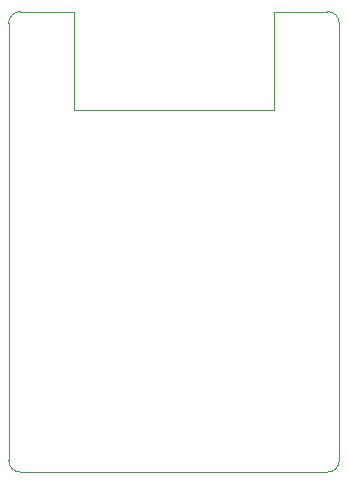
<source format=gm1>
%TF.GenerationSoftware,KiCad,Pcbnew,5.1.7-a382d34a8~88~ubuntu18.04.1*%
%TF.CreationDate,2022-12-01T09:52:47-05:00*%
%TF.ProjectId,Global_Val_Sen_Tem,476c6f62-616c-45f5-9661-6c5f53656e5f,rev?*%
%TF.SameCoordinates,Original*%
%TF.FileFunction,Profile,NP*%
%FSLAX46Y46*%
G04 Gerber Fmt 4.6, Leading zero omitted, Abs format (unit mm)*
G04 Created by KiCad (PCBNEW 5.1.7-a382d34a8~88~ubuntu18.04.1) date 2022-12-01 09:52:47*
%MOMM*%
%LPD*%
G01*
G04 APERTURE LIST*
%TA.AperFunction,Profile*%
%ADD10C,0.050000*%
%TD*%
G04 APERTURE END LIST*
D10*
X167000000Y-40000000D02*
X162490000Y-40000000D01*
X162490000Y-48310000D02*
X162490000Y-40000000D01*
X145510000Y-48310000D02*
X145510000Y-40000000D01*
X162490000Y-48310000D02*
X145510000Y-48310000D01*
X140000000Y-78000000D02*
X140000000Y-41000000D01*
X168000000Y-41000000D02*
X168000000Y-78000000D01*
X140000000Y-41000000D02*
G75*
G02*
X141000000Y-40000000I1000000J0D01*
G01*
X168000000Y-78000000D02*
G75*
G02*
X167000000Y-79000000I-1000000J0D01*
G01*
X167000000Y-40000000D02*
G75*
G02*
X168000000Y-41000000I0J-1000000D01*
G01*
X141000000Y-79000000D02*
G75*
G02*
X140000000Y-78000000I0J1000000D01*
G01*
X141000000Y-40000000D02*
X145510000Y-40000000D01*
X167000000Y-79000000D02*
X141000000Y-79000000D01*
M02*

</source>
